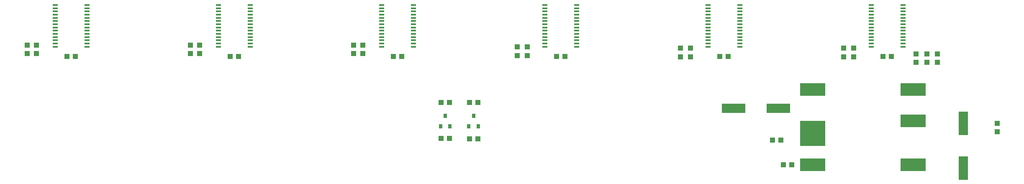
<source format=gbr>
G04 EAGLE Gerber RS-274X export*
G75*
%MOMM*%
%FSLAX34Y34*%
%LPD*%
%AMOC8*
5,1,8,0,0,1.08239X$1,22.5*%
G01*
%ADD10R,1.000000X0.300000*%
%ADD11R,1.100000X1.000000*%
%ADD12R,0.800000X0.900000*%
%ADD13R,1.000000X1.100000*%
%ADD14R,5.080000X2.540000*%
%ADD15R,5.080000X5.080000*%
%ADD16R,4.700000X1.900000*%
%ADD17R,1.900000X4.700000*%


D10*
X1300413Y530838D03*
X1300413Y537338D03*
X1300413Y543838D03*
X1300413Y550338D03*
X1300413Y556838D03*
X1300413Y563338D03*
X1300413Y569838D03*
X1300413Y576338D03*
X1300413Y582838D03*
X1300413Y589338D03*
X1300413Y595838D03*
X1300413Y602338D03*
X1300413Y608838D03*
X1300413Y615338D03*
X1236413Y615338D03*
X1236413Y608838D03*
X1236413Y602338D03*
X1236413Y595838D03*
X1236413Y589338D03*
X1236413Y582838D03*
X1236413Y576338D03*
X1236413Y569838D03*
X1236413Y563338D03*
X1236413Y556838D03*
X1236413Y550338D03*
X1236413Y543838D03*
X1236413Y537338D03*
X1236413Y530838D03*
D11*
X1180783Y530153D03*
X1180783Y513153D03*
X1201103Y530153D03*
X1201103Y513153D03*
X1259913Y511175D03*
X1276913Y511175D03*
D10*
X970213Y530838D03*
X970213Y537338D03*
X970213Y543838D03*
X970213Y550338D03*
X970213Y556838D03*
X970213Y563338D03*
X970213Y569838D03*
X970213Y576338D03*
X970213Y582838D03*
X970213Y589338D03*
X970213Y595838D03*
X970213Y602338D03*
X970213Y608838D03*
X970213Y615338D03*
X906213Y615338D03*
X906213Y608838D03*
X906213Y602338D03*
X906213Y595838D03*
X906213Y589338D03*
X906213Y582838D03*
X906213Y576338D03*
X906213Y569838D03*
X906213Y563338D03*
X906213Y556838D03*
X906213Y550338D03*
X906213Y543838D03*
X906213Y537338D03*
X906213Y530838D03*
D11*
X849313Y533963D03*
X849313Y516963D03*
X868363Y533963D03*
X868363Y516963D03*
X929713Y511175D03*
X946713Y511175D03*
D10*
X640013Y530838D03*
X640013Y537338D03*
X640013Y543838D03*
X640013Y550338D03*
X640013Y556838D03*
X640013Y563338D03*
X640013Y569838D03*
X640013Y576338D03*
X640013Y582838D03*
X640013Y589338D03*
X640013Y595838D03*
X640013Y602338D03*
X640013Y608838D03*
X640013Y615338D03*
X576013Y615338D03*
X576013Y608838D03*
X576013Y602338D03*
X576013Y595838D03*
X576013Y589338D03*
X576013Y582838D03*
X576013Y576338D03*
X576013Y569838D03*
X576013Y563338D03*
X576013Y556838D03*
X576013Y550338D03*
X576013Y543838D03*
X576013Y537338D03*
X576013Y530838D03*
D11*
X519113Y533963D03*
X519113Y516963D03*
X538163Y533963D03*
X538163Y516963D03*
X599513Y511175D03*
X616513Y511175D03*
D10*
X309813Y530838D03*
X309813Y537338D03*
X309813Y543838D03*
X309813Y550338D03*
X309813Y556838D03*
X309813Y563338D03*
X309813Y569838D03*
X309813Y576338D03*
X309813Y582838D03*
X309813Y589338D03*
X309813Y595838D03*
X309813Y602338D03*
X309813Y608838D03*
X309813Y615338D03*
X245813Y615338D03*
X245813Y608838D03*
X245813Y602338D03*
X245813Y595838D03*
X245813Y589338D03*
X245813Y582838D03*
X245813Y576338D03*
X245813Y569838D03*
X245813Y563338D03*
X245813Y556838D03*
X245813Y550338D03*
X245813Y543838D03*
X245813Y537338D03*
X245813Y530838D03*
D11*
X188913Y533963D03*
X188913Y516963D03*
X207963Y533963D03*
X207963Y516963D03*
X269313Y511175D03*
X286313Y511175D03*
D10*
X1630613Y530838D03*
X1630613Y537338D03*
X1630613Y543838D03*
X1630613Y550338D03*
X1630613Y556838D03*
X1630613Y563338D03*
X1630613Y569838D03*
X1630613Y576338D03*
X1630613Y582838D03*
X1630613Y589338D03*
X1630613Y595838D03*
X1630613Y602338D03*
X1630613Y608838D03*
X1630613Y615338D03*
X1566613Y615338D03*
X1566613Y608838D03*
X1566613Y602338D03*
X1566613Y595838D03*
X1566613Y589338D03*
X1566613Y582838D03*
X1566613Y576338D03*
X1566613Y569838D03*
X1566613Y563338D03*
X1566613Y556838D03*
X1566613Y550338D03*
X1566613Y543838D03*
X1566613Y537338D03*
X1566613Y530838D03*
D11*
X1510983Y527613D03*
X1510983Y510613D03*
X1531303Y527613D03*
X1531303Y510613D03*
X1590113Y511175D03*
X1607113Y511175D03*
D10*
X1960813Y530838D03*
X1960813Y537338D03*
X1960813Y543838D03*
X1960813Y550338D03*
X1960813Y556838D03*
X1960813Y563338D03*
X1960813Y569838D03*
X1960813Y576338D03*
X1960813Y582838D03*
X1960813Y589338D03*
X1960813Y595838D03*
X1960813Y602338D03*
X1960813Y608838D03*
X1960813Y615338D03*
X1896813Y615338D03*
X1896813Y608838D03*
X1896813Y602338D03*
X1896813Y595838D03*
X1896813Y589338D03*
X1896813Y582838D03*
X1896813Y576338D03*
X1896813Y569838D03*
X1896813Y563338D03*
X1896813Y556838D03*
X1896813Y550338D03*
X1896813Y543838D03*
X1896813Y537338D03*
X1896813Y530838D03*
D11*
X1841183Y527613D03*
X1841183Y510613D03*
X1861503Y527613D03*
X1861503Y510613D03*
X1920313Y511175D03*
X1937313Y511175D03*
X1987550Y516500D03*
X1987550Y499500D03*
X2009140Y516500D03*
X2009140Y499500D03*
X2030730Y516500D03*
X2030730Y499500D03*
D12*
X1082700Y369730D03*
X1101700Y369730D03*
X1092200Y390730D03*
D13*
X1100700Y344170D03*
X1083700Y344170D03*
X1100700Y417830D03*
X1083700Y417830D03*
D12*
X1025550Y369730D03*
X1044550Y369730D03*
X1035050Y390730D03*
D13*
X1043550Y345440D03*
X1026550Y345440D03*
X1026550Y417830D03*
X1043550Y417830D03*
D14*
X1778000Y292100D03*
X1778000Y444500D03*
X1981200Y292100D03*
X1981200Y381000D03*
X1981200Y444500D03*
D15*
X1778000Y355600D03*
D13*
X1735700Y292100D03*
X1718700Y292100D03*
X2151380Y375530D03*
X2151380Y358530D03*
D16*
X1618700Y406400D03*
X1708700Y406400D03*
D11*
X1714110Y341630D03*
X1697110Y341630D03*
D17*
X2082800Y285200D03*
X2082800Y375200D03*
M02*

</source>
